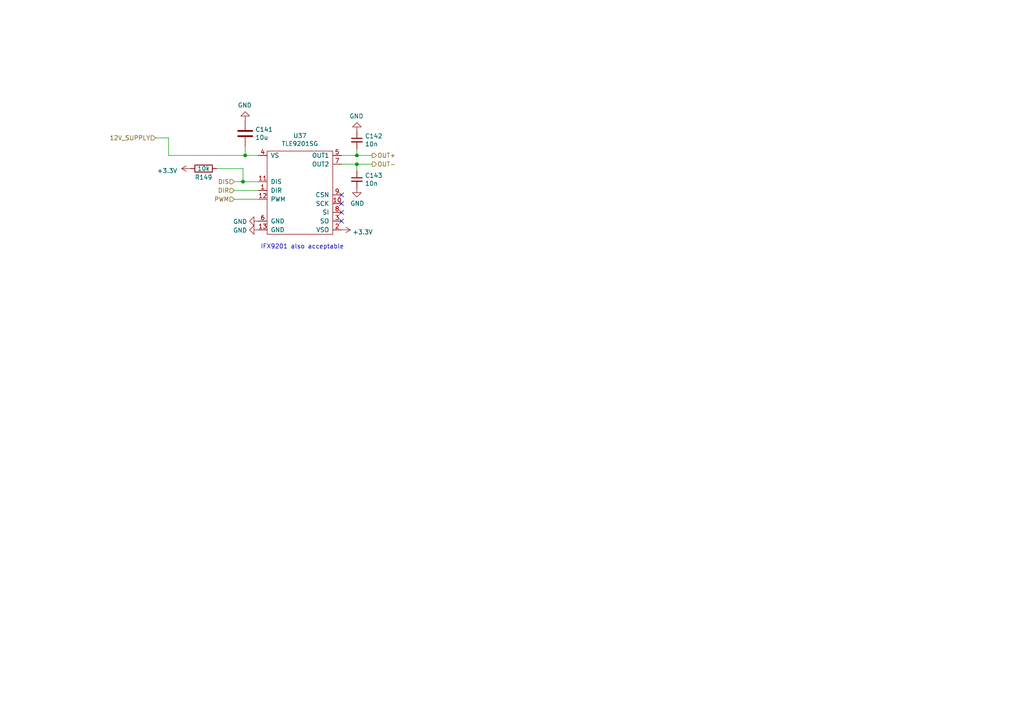
<source format=kicad_sch>
(kicad_sch (version 20231120) (generator "eeschema") (generator_version "8.0")
  (paper "A4")
  (lib_symbols
    (symbol "Device:C" (pin_numbers hide) (pin_names (offset 0.254))
      (property "Reference" "C" (at 0.635 2.54 0))
      (property "Value" "C" (at 0.635 -2.54 0))
      (symbol "C_0_1"
        (polyline (pts (xy -2.032 -0.762) (xy 2.032 -0.762)) (stroke (width 0.508)))
        (polyline (pts (xy -2.032 0.762) (xy 2.032 0.762)) (stroke (width 0.508)))
      )
      (symbol "C_1_1"
        (pin passive line (at 0 3.81 270) (length 2.794) (name "~") (number "1"))
        (pin passive line (at 0 -3.81 90) (length 2.794) (name "~") (number "2"))
      )
    )
    (symbol "Device:C_Small" (pin_numbers hide) (pin_names (offset 0.254) hide)
      (property "Reference" "C" (at 0.254 1.778 0))
      (property "Value" "C_Small" (at 0.254 -2.032 0))
      (symbol "C_Small_0_1"
        (polyline (pts (xy -1.524 -0.508) (xy 1.524 -0.508)) (stroke (width 0.3302)))
        (polyline (pts (xy -1.524 0.508) (xy 1.524 0.508)) (stroke (width 0.3048)))
      )
      (symbol "C_Small_1_1"
        (pin passive line (at 0 2.54 270) (length 2.032) (name "~") (number "1"))
        (pin passive line (at 0 -2.54 90) (length 2.032) (name "~") (number "2"))
      )
    )
    (symbol "Device:R" (pin_numbers hide) (pin_names (offset 0))
      (property "Reference" "R" (at 2.032 0 90))
      (property "Value" "R" (at 0 0 90))
      (symbol "R_0_1"
        (rectangle (start -1.016 -2.54) (end 1.016 2.54) (stroke (width 0.254)))
      )
      (symbol "R_1_1"
        (pin passive line (at 0 3.81 270) (length 1.27) (name "~") (number "1"))
        (pin passive line (at 0 -3.81 90) (length 1.27) (name "~") (number "2"))
      )
    )
    (symbol "power:+3.3V" (power) (pin_names (offset 0))
      (property "Value" "+3.3V" (at 0 3.556 0))
      (symbol "+3.3V_0_1"
        (polyline (pts (xy -0.762 1.27) (xy 0 2.54)))
        (polyline (pts (xy 0 0) (xy 0 2.54)))
        (polyline (pts (xy 0 2.54) (xy 0.762 1.27)))
      )
      (symbol "+3.3V_1_1"
        (pin power_in line (at 0 0 90) (length 0) hide (name "+3.3V") (number "1"))
      )
    )
    (symbol "power:GND" (power) (pin_names (offset 0))
      (property "Value" "GND" (at 0 -3.81 0))
      (symbol "GND_0_1"
        (polyline (pts (xy 0 0) (xy 0 -1.27) (xy 1.27 -1.27) (xy 0 -2.54) (xy -1.27 -1.27) (xy 0 -1.27)))
      )
      (symbol "GND_1_1"
        (pin power_in line (at 0 0 270) (length 0) hide (name "GND") (number "1"))
      )
    )
    (symbol "tle9201_2:TLE9201SG" (pin_names (offset 1.016))
      (property "Reference" "U" (at -8.89 -13.97 0))
      (property "Value" "TLE9201SG" (at -3.81 12.7 0))
      (symbol "TLE9201SG_0_1"
        (rectangle (start -10.16 11.43) (end 8.89 -12.7))
      )
      (symbol "TLE9201SG_1_1"
        (pin input line (at -12.7 0 0) (length 2.54) (name "DIR") (number "1"))
        (pin input line (at 11.43 -3.81 180) (length 2.54) (name "SCK") (number "10"))
        (pin input line (at -12.7 2.54 0) (length 2.54) (name "DIS") (number "11"))
        (pin input line (at -12.7 -2.54 0) (length 2.54) (name "PWM") (number "12"))
        (pin power_in line (at -12.7 -11.43 0) (length 2.54) (name "GND") (number "13"))
        (pin power_in line (at 11.43 -11.43 180) (length 2.54) (name "VSO") (number "2"))
        (pin output line (at 11.43 -8.89 180) (length 2.54) (name "SO") (number "3"))
        (pin power_in line (at -12.7 10.16 0) (length 2.54) (name "VS") (number "4"))
        (pin power_out line (at 11.43 10.16 180) (length 2.54) (name "OUT1") (number "5"))
        (pin power_in line (at -12.7 -8.89 0) (length 2.54) (name "GND") (number "6"))
        (pin power_out line (at 11.43 7.62 180) (length 2.54) (name "OUT2") (number "7"))
        (pin input line (at 11.43 -6.35 180) (length 2.54) (name "SI") (number "8"))
        (pin input line (at 11.43 -1.27 180) (length 2.54) (name "CSN") (number "9"))
      )
    )
  )
  (junction (at 71.12 45.085))
  (junction (at 103.505 47.625))
  (junction (at 103.505 45.085))
  (junction (at 70.485 52.705))
  (no_connect (at 99.06 56.515))
  (no_connect (at 99.06 61.595))
  (no_connect (at 99.06 59.055))
  (no_connect (at 99.06 64.135))
  (wire (pts (xy 71.12 42.545) (xy 71.12 45.085)))
  (wire (pts (xy 67.945 52.705) (xy 70.485 52.705)))
  (wire (pts (xy 45.085 40.005) (xy 48.895 40.005)))
  (wire (pts (xy 107.95 47.625) (xy 103.505 47.625)))
  (wire (pts (xy 103.505 47.625) (xy 99.06 47.625)))
  (wire (pts (xy 103.505 45.085) (xy 107.95 45.085)))
  (wire (pts (xy 67.945 55.245) (xy 74.93 55.245)))
  (wire (pts (xy 48.895 45.085) (xy 71.12 45.085)))
  (wire (pts (xy 48.895 40.005) (xy 48.895 45.085)))
  (wire (pts (xy 62.865 48.895) (xy 70.485 48.895)))
  (wire (pts (xy 103.505 49.53) (xy 103.505 47.625)))
  (wire (pts (xy 70.485 52.705) (xy 74.93 52.705)))
  (wire (pts (xy 103.505 45.085) (xy 103.505 43.18)))
  (wire (pts (xy 71.12 45.085) (xy 74.93 45.085)))
  (wire (pts (xy 99.06 45.085) (xy 103.505 45.085)))
  (wire (pts (xy 70.485 48.895) (xy 70.485 52.705)))
  (wire (pts (xy 67.945 57.785) (xy 74.93 57.785)))
  (text "IFX9201 also acceptable" (at 75.565 72.39 0) (effects (font (size 1.27 1.27)) (justify left bottom)))
  (hierarchical_label "OUT+" (shape output) (at 107.95 45.085 0))
  (hierarchical_label "PWM" (shape input) (at 67.945 57.785 180))
  (hierarchical_label "DIR" (shape input) (at 67.945 55.245 180))
  (hierarchical_label "OUT-" (shape output) (at 107.95 47.625 0))
  (hierarchical_label "DIS" (shape input) (at 67.945 52.705 180))
  (hierarchical_label "12V_SUPPLY" (shape input) (at 45.085 40.005 180))
  (symbol (lib_id "power:+3.3V") (at 99.06 66.675 270) (unit 1)
    (property "Reference" "#PWR0139" (effects (hide yes)))
    (property "Value" "+3.3V" (at 102.235 67.31 90) (effects (justify left)))
    (instances (project "ECUGDI" (path "" (reference "#PWR0139") (unit 1)) (path "" (reference "#PWR0195") (unit 1))))
  )
  (symbol (lib_id "power:GND") (at 103.505 54.61 0) (unit 1)
    (property "Reference" "#PWR0307" (effects (hide yes)))
    (property "Value" "GND" (at 103.632 59.0042 0))
    (instances (project "ECUGDI" (path "" (reference "#PWR0307") (unit 1)) (path "" (reference "#PWR0314") (unit 1))) (project "proteus" (path "" (reference "#PWR0220") (unit 1)) (path "" (reference "#PWR0337") (unit 1))))
  )
  (symbol (lib_id "power:GND") (at 103.505 38.1 180) (unit 1)
    (property "Reference" "#PWR0306" (effects (hide yes)))
    (property "Value" "GND" (at 103.378 33.7058 0))
    (instances (project "ECUGDI" (path "" (reference "#PWR0306") (unit 1)) (path "" (reference "#PWR0313") (unit 1))) (project "proteus" (path "" (reference "#PWR0221") (unit 1)) (path "" (reference "#PWR0338") (unit 1))))
  )
  (symbol (lib_id "Device:C_Small") (at 103.505 40.64 0) (unit 1)
    (property "Reference" "C142" (at 105.8418 39.4716 0) (effects (justify left)))
    (property "Value" "10n" (at 105.8418 41.783 0) (effects (justify left)))
    (property "Footprint" "Capacitor_SMD:C_0603_1608Metric" (effects (hide yes)))
    (property "LCSC" "C57112" (effects (hide yes)))
    (property "PN" "0603B103K500NT" (effects (hide yes)))
    (instances (project "ECUGDI" (path "" (reference "C142") (unit 1)) (path "" (reference "C145") (unit 1))) (project "proteus" (path "" (reference "C1202") (unit 1)) (path "" (reference "C28") (unit 1))))
  )
  (symbol (lib_id "tle9201_2:TLE9201SG") (at 87.63 55.245 0) (unit 1)
    (property "Reference" "U37" (at 86.995 39.37 0))
    (property "Value" "TLE9201SG" (at 86.995 41.6814 0))
    (property "Footprint" "Package_SO:Infineon_PG-DSO-12-9" (effects (hide yes)))
    (property "LCSC" "C112633" (effects (hide yes)))
    (property "PN" "TLE9201SG" (effects (hide yes)))
    (property "PN LCSC" "IFX9201SGAUMA1" (effects (hide yes)))
    (instances (project "ECUGDI" (path "" (reference "U37") (unit 1)) (path "" (reference "U38") (unit 1))) (project "proteus" (path "" (reference "U10") (unit 1)) (path "" (reference "U11") (unit 1))))
  )
  (symbol (lib_id "Device:C_Small") (at 103.505 52.07 0) (unit 1)
    (property "Reference" "C143" (at 105.8418 50.9016 0) (effects (justify left)))
    (property "Value" "10n" (at 105.8418 53.213 0) (effects (justify left)))
    (property "Footprint" "Capacitor_SMD:C_0603_1608Metric" (effects (hide yes)))
    (property "LCSC" "C57112" (effects (hide yes)))
    (property "PN" "0603B103K500NT" (effects (hide yes)))
    (instances (project "ECUGDI" (path "" (reference "C143") (unit 1)) (path "" (reference "C146") (unit 1))) (project "proteus" (path "" (reference "C1203") (unit 1)) (path "" (reference "C29") (unit 1))))
  )
  (symbol (lib_id "Device:C") (at 71.12 38.735 0) (unit 1)
    (property "Reference" "C141" (at 74.041 37.5666 0) (effects (justify left)))
    (property "Value" "10u" (at 74.041 39.878 0) (effects (justify left)))
    (property "Footprint" "Capacitor_SMD:C_1206_3216Metric" (effects (hide yes)))
    (property "LCSC" "C13585" (effects (hide yes)))
    (property "PN" "CL31A106KBHNNNE" (effects (hide yes)))
    (instances (project "ECUGDI" (path "" (reference "C141") (unit 1)) (path "" (reference "C144") (unit 1))) (project "proteus" (path "" (reference "C27") (unit 1)) (path "" (reference "C1201") (unit 1))))
  )
  (symbol (lib_id "power:GND") (at 74.93 64.135 270) (unit 1)
    (property "Reference" "#PWR0303" (effects (hide yes)))
    (property "Value" "GND" (at 71.6788 64.262 90) (effects (justify right)))
    (instances (project "ECUGDI" (path "" (reference "#PWR0303") (unit 1)) (path "" (reference "#PWR0310") (unit 1))) (project "proteus" (path "" (reference "#PWR0211") (unit 1)) (path "" (reference "#PWR0335") (unit 1))))
  )
  (symbol (lib_id "power:GND") (at 74.93 66.675 270) (unit 1)
    (property "Reference" "#PWR0304" (effects (hide yes)))
    (property "Value" "GND" (at 71.6788 66.802 90) (effects (justify right)))
    (instances (project "ECUGDI" (path "" (reference "#PWR0304") (unit 1)) (path "" (reference "#PWR0311") (unit 1))) (project "proteus" (path "" (reference "#PWR0219") (unit 1)) (path "" (reference "#PWR0336") (unit 1))))
  )
  (symbol (lib_id "power:+3.3V") (at 55.245 48.895 90) (unit 1)
    (property "Reference" "#PWR0134" (effects (hide yes)))
    (property "Value" "+3.3V" (at 51.435 49.53 90) (effects (justify left)))
    (instances (project "ECUGDI" (path "" (reference "#PWR0134") (unit 1)) (path "" (reference "#PWR0135") (unit 1))))
  )
  (symbol (lib_id "Device:R") (at 59.055 48.895 270) (unit 1)
    (property "Reference" "R149" (at 59.055 51.435 90))
    (property "Value" "10k" (at 59.055 48.895 90))
    (property "Footprint" "Resistor_SMD:R_0402_1005Metric" (effects (hide yes)))
    (property "LCSC" "C25744" (effects (hide yes)))
    (property "PN" "RC0402FR-0710KL" (effects (hide yes)))
    (instances (project "ECUGDI" (path "" (reference "R149") (unit 1)) (path "" (reference "R150") (unit 1))) (project "proteus" (path "" (reference "R1001") (unit 1)) (path "" (reference "R48") (unit 1))))
  )
  (symbol (lib_id "power:GND") (at 71.12 34.925 180) (unit 1)
    (property "Reference" "#PWR0302" (effects (hide yes)))
    (property "Value" "GND" (at 70.993 30.5308 0))
    (instances (project "ECUGDI" (path "" (reference "#PWR0302") (unit 1)) (path "" (reference "#PWR0309") (unit 1))) (project "proteus" (path "" (reference "#PWR0222") (unit 1)) (path "" (reference "#PWR0339") (unit 1))))
  )
)
</source>
